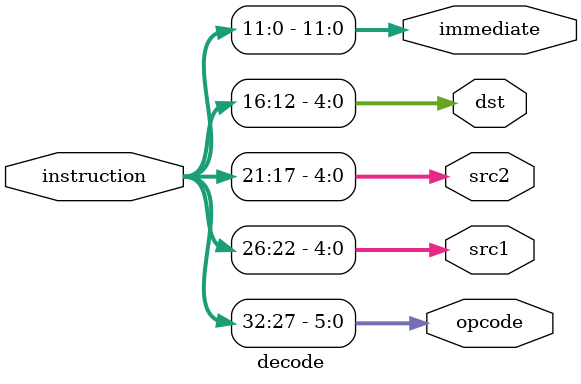
<source format=v>
module decode (
  input [32:0] instruction,
  output [5:0] opcode,
  output [4:0] src1, src2, dst,
  output [11:0] immediate
);
	
  assign {opcode, src1, src2, dst, immediate} = instruction;
	
endmodule
</source>
